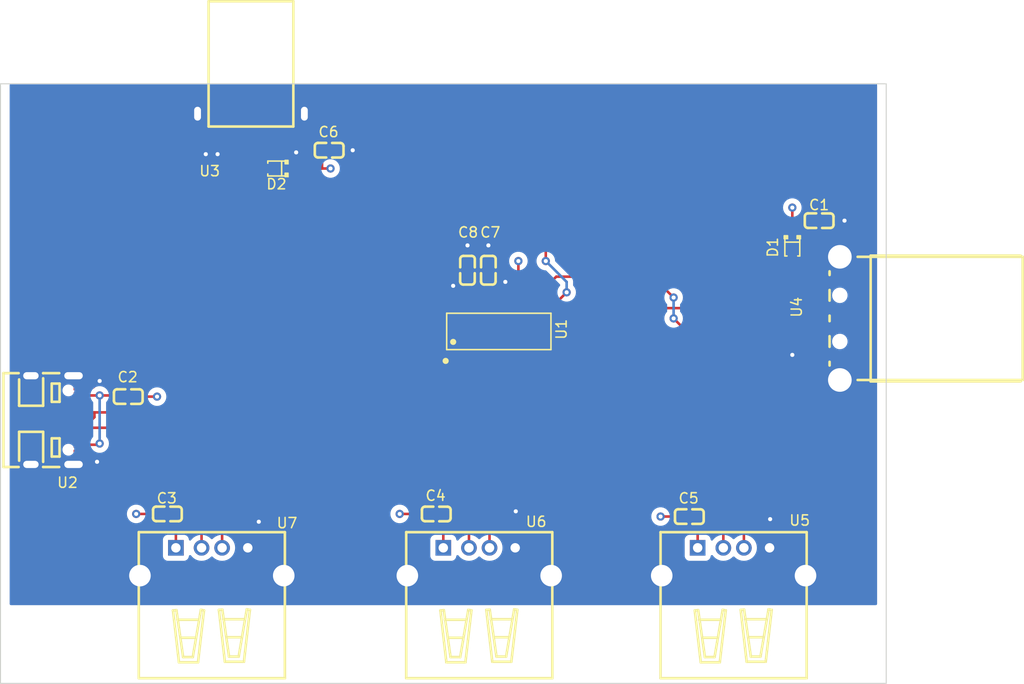
<source format=kicad_pcb>
(kicad_pcb (version 20221018) (generator pcbnew)
  (layers (0 "F.Cu" signal) (1 "In1.Cu" signal) (2 "In2.Cu" signal) (31 "B.Cu" signal) (34 "B.Paste" user) (35 "F.Paste" user) (36 "B.SilkS" user "B.Silkscreen") (37 "F.SilkS" user "F.Silkscreen") (38 "B.Mask" user) (39 "F.Mask" user) (44 "Edge.Cuts" user))
  (net 0 "")
  (net 1 "+5V")
  (net 2 "GND")
  (net 3 "Net-(C2-Pad1)")
  (net 4 "Net-(U1-VDD33)")
  (net 5 "Net-(U1-VDD18)")
  (net 6 "Net-(D1-A)")
  (net 7 "Net-(D2-A)")
  (net 8 "Net-(U1-DM4)")
  (net 9 "Net-(U1-DP4)")
  (net 20 "Net-(U7-VCC)")
  (net 21 "Net-(U6-VCC)")
  (net 22 "Net-(U5-VCC)")
  (net 23 "Net-(U1-DM3)")
  (net 24 "Net-(U1-DP3)")
  (net 25 "Net-(U1-DM2)")
  (net 26 "Net-(U1-DP2)")
  (net 27 "Net-(U1-DM1)")
  (net 28 "Net-(U1-DP1)")
  (net 29 "Net-(U1-DP)")
  (net 30 "Net-(U1-DM)")
  (footprint "usbhub:USB-C-SMD_MC-107DM" (layer "F.Cu") (at 104.14 101.346 -90)
    (fp_text reference "U2" (at 6.096 -2.286 -180) (layer "F.SilkS") (effects (justify right)))
    (fp_text value "MC-107DM")
    (fp_line (start -4.572 -0.383) (end -4.572 1.183) (stroke (width 0.254)) (layer "F.SilkS"))
    (fp_line (start -4.572 1.183) (end -4.567 1.183) (stroke (width 0.254)) (layer "F.SilkS"))
    (fp_line (start -4.572 3.567) (end -4.572 5.046) (stroke (width 0.254)) (layer "F.SilkS"))
    (fp_line (start -4.572 5.046) (end 4.572 5.046) (stroke (width 0.254)) (layer "F.SilkS"))
    (fp_line (start -4.074 1.183) (end -1.397 1.183) (stroke (width 0.254)) (layer "F.SilkS"))
    (fp_line (start -3.556 -0.415) (end -3.556 0.347) (stroke (width 0.254)) (layer "F.SilkS"))
    (fp_line (start -3.556 0.347) (end -1.778 0.347) (stroke (width 0.254)) (layer "F.SilkS"))
    (fp_line (start -1.778 -0.415) (end -3.556 -0.415) (stroke (width 0.254)) (layer "F.SilkS"))
    (fp_line (start -1.778 0.347) (end -1.778 -0.415) (stroke (width 0.254)) (layer "F.SilkS"))
    (fp_line (start -1.397 1.183) (end -1.397 3.522) (stroke (width 0.254)) (layer "F.SilkS"))
    (fp_line (start -1.397 3.522) (end -3.959 3.522) (stroke (width 0.254)) (layer "F.SilkS"))
    (fp_line (start 1.143 1.183) (end 1.143 3.522) (stroke (width 0.254)) (layer "F.SilkS"))
    (fp_line (start 1.143 3.522) (end 3.959 3.522) (stroke (width 0.254)) (layer "F.SilkS"))
    (fp_line (start 1.778 -0.415) (end 1.778 0.347) (stroke (width 0.254)) (layer "F.SilkS"))
    (fp_line (start 1.778 0.347) (end 3.556 0.347) (stroke (width 0.254)) (layer "F.SilkS"))
    (fp_line (start 3.556 -0.415) (end 1.778 -0.415) (stroke (width 0.254)) (layer "F.SilkS"))
    (fp_line (start 3.556 0.347) (end 3.556 -0.415) (stroke (width 0.254)) (layer "F.SilkS"))
    (fp_line (start 4.073 1.183) (end 1.143 1.183) (stroke (width 0.254)) (layer "F.SilkS"))
    (fp_line (start 4.572 1.183) (end 4.566 1.183) (stroke (width 0.254)) (layer "F.SilkS"))
    (fp_line (start 4.572 1.183) (end 4.572 -0.383) (stroke (width 0.254)) (layer "F.SilkS"))
    (fp_line (start 4.572 5.046) (end 4.572 3.567) (stroke (width 0.254)) (layer "F.SilkS"))
    (pad "" np_thru_hole circle (at -2.89 -1.275 270) (size 0.65 0.65) (drill 0.65) (layers "*.Cu" "*.Mask"))
    (pad "" np_thru_hole circle (at 2.89 -1.275 270) (size 0.65 0.65) (drill 0.65) (layers "*.Cu" "*.Mask"))
    (pad "0" thru_hole oval (at -4.32 -1.775 270) (size 1.2 2.5) (drill oval 0.7 1.8) (layers "*.Cu" "*.Mask") (net 2 "GND"))
    (pad "0" thru_hole oval (at -4.32 2.375 270) (size 1.2 2) (drill oval 0.7 1.5) (layers "*.Cu" "*.Mask") (net 2 "GND"))
    (pad "0" thru_hole oval (at 4.32 -1.775 270) (size 1.2 2.5) (drill oval 0.7 1.8) (layers "*.Cu" "*.Mask") (net 2 "GND"))
    (pad "0" thru_hole oval (at 4.32 2.375 270) (size 1.2 2) (drill oval 0.7 1.5) (layers "*.Cu" "*.Mask") (net 2 "GND"))
    (pad "A1B12" smd rect (at -3.2 -2.375 270) (size 0.6 1.2) (layers "F.Cu" "F.Paste" "F.Mask") (net 2 "GND"))
    (pad "A4B9" smd rect (at -2.4 -2.375 270) (size 0.6 1.2) (layers "F.Cu" "F.Paste" "F.Mask") (net 3 "Net-(C2-Pad1)"))
    (pad "A5" smd rect (at -1.25 -2.375 270) (size 0.3 1.2) (layers "F.Cu" "F.Paste" "F.Mask"))
    (pad "A6" smd rect (at -0.25 -2.375 270) (size 0.3 1.2) (layers "F.Cu" "F.Paste" "F.Mask") (net 9 "Net-(U1-DP4)"))
    (pad "A7" smd rect (at 0.25 -2.375 270) (size 0.3 1.2) (layers "F.Cu" "F.Paste" "F.Mask") (net 8 "Net-(U1-DM4)"))
    (pad "A8" smd rect (at 1.25 -2.375 270) (size 0.3 1.2) (layers "F.Cu" "F.Paste" "F.Mask"))
    (pad "B1A12" smd rect (at 3.2 -2.375 270) (size 0.6 1.2) (layers "F.Cu" "F.Paste" "F.Mask") (net 2 "GND"))
    (pad "B4A9" smd rect (at 2.4 -2.375 270) (size 0.6 1.2) (layers "F.Cu" "F.Paste" "F.Mask") (net 3 "Net-(C2-Pad1)"))
    (pad "B5" smd rect (at 1.75 -2.375 270) (size 0.3 1.2) (layers "F.Cu" "F.Paste" "F.Mask"))
    (pad "B6" smd rect (at 0.75 -2.375 270) (size 0.3 1.2) (layers "F.Cu" "F.Paste" "F.Mask") (net 9 "Net-(U1-DP4)"))
    (pad "B7" smd rect (at -0.75 -2.375 270) (size 0.3 1.2) (layers "F.Cu" "F.Paste" "F.Mask") (net 8 "Net-(U1-DM4)"))
    (pad "B8" smd rect (at -1.75 -2.375 270) (size 0.3 1.2) (layers "F.Cu" "F.Paste" "F.Mask"))
  )
  (footprint "usbhub:C0603" (layer "F.Cu") (at 165.862 110.744 180)
    (fp_text reference "C5" (at -1.016 1.778) (layer "F.SilkS") (effects (justify right)))
    (fp_text value "10uF")
    (fp_line (start -1.405 -0.406) (end -1.405 0.394) (stroke (width 0.254)) (layer "F.SilkS"))
    (fp_line (start -0.296 -0.715) (end -1.096 -0.715) (stroke (width 0.254)) (layer "F.SilkS"))
    (fp_line (start -0.296 0.704) (end -1.096 0.704) (stroke (width 0.254)) (layer "F.SilkS"))
    (fp_line (start 0.28 -0.71) (end 1.08 -0.71) (stroke (width 0.254)) (layer "F.SilkS"))
    (fp_line (start 0.28 0.71) (end 1.08 0.71) (stroke (width 0.254)) (layer "F.SilkS"))
    (fp_line (start 1.39 -0.4) (end 1.39 0.4) (stroke (width 0.254)) (layer "F.SilkS"))
    (fp_arc (start -1.405 -0.406) (mid -1.314496 -0.624496) (end -1.096 -0.715) (stroke (width 0.254)) (layer "F.SilkS"))
    (fp_arc (start -1.095975 0.704) (mid -1.315194 0.613212) (end -1.406 0.394) (stroke (width 0.254)) (layer "F.SilkS"))
    (fp_arc (start 1.079975 -0.71) (mid 1.299194 -0.619212) (end 1.39 -0.4) (stroke (width 0.254)) (layer "F.SilkS"))
    (fp_arc (start 1.39 0.4) (mid 1.299203 0.619203) (end 1.08 0.71) (stroke (width 0.254)) (layer "F.SilkS"))
    (pad "1" smd rect (at -0.7 0 180) (size 0.8 0.9) (layers "F.Cu" "F.Paste" "F.Mask") (net 22 "Net-(U5-VCC)"))
    (pad "2" smd rect (at 0.7 0 180) (size 0.8 0.9) (layers "F.Cu" "F.Paste" "F.Mask") (net 1 "+5V"))
  )
  (footprint "usbhub:C0603" (layer "F.Cu") (at 178.5 81.915 180)
    (fp_text reference "C1" (at -1.078 1.524) (layer "F.SilkS") (effects (justify right)))
    (fp_text value "10uF")
    (fp_line (start -1.405 -0.406) (end -1.405 0.394) (stroke (width 0.254)) (layer "F.SilkS"))
    (fp_line (start -0.296 -0.715) (end -1.096 -0.715) (stroke (width 0.254)) (layer "F.SilkS"))
    (fp_line (start -0.296 0.704) (end -1.096 0.704) (stroke (width 0.254)) (layer "F.SilkS"))
    (fp_line (start 0.28 -0.71) (end 1.08 -0.71) (stroke (width 0.254)) (layer "F.SilkS"))
    (fp_line (start 0.28 0.71) (end 1.08 0.71) (stroke (width 0.254)) (layer "F.SilkS"))
    (fp_line (start 1.39 -0.4) (end 1.39 0.4) (stroke (width 0.254)) (layer "F.SilkS"))
    (fp_arc (start -1.405 -0.406) (mid -1.314496 -0.624496) (end -1.096 -0.715) (stroke (width 0.254)) (layer "F.SilkS"))
    (fp_arc (start -1.095975 0.704) (mid -1.315194 0.613212) (end -1.406 0.394) (stroke (width 0.254)) (layer "F.SilkS"))
    (fp_arc (start 1.079975 -0.71) (mid 1.299194 -0.619212) (end 1.39 -0.4) (stroke (width 0.254)) (layer "F.SilkS"))
    (fp_arc (start 1.39 0.4) (mid 1.299203 0.619203) (end 1.08 0.71) (stroke (width 0.254)) (layer "F.SilkS"))
    (pad "1" smd rect (at -0.7 0 180) (size 0.8 0.9) (layers "F.Cu" "F.Paste" "F.Mask") (net 2 "GND"))
    (pad "2" smd rect (at 0.7 0 180) (size 0.8 0.9) (layers "F.Cu" "F.Paste" "F.Mask") (net 1 "+5V"))
  )
  (footprint "usbhub:SOD-323_L1.8-W1.3-LS2.5-RD" (layer "F.Cu") (at 125.73 76.835 180)
    (fp_text reference "D2" (at -1.016 -1.524) (layer "F.SilkS") (effects (justify right)))
    (fp_text value "D_Schottky")
    (fp_line (start -0.851 -0.726) (end 0.901 -0.726) (stroke (width 0.152)) (layer "F.SilkS"))
    (fp_line (start -0.851 0.726) (end 0.901 0.726) (stroke (width 0.152)) (layer "F.SilkS"))
    (fp_line (start -0.447 -0.726) (end -0.447 0.726) (stroke (width 0.152)) (layer "F.SilkS"))
    (fp_line (start 0.901 -0.726) (end 0.901 -0.53) (stroke (width 0.152)) (layer "F.SilkS"))
    (fp_line (start 0.901 0.726) (end 0.901 0.52) (stroke (width 0.152)) (layer "F.SilkS"))
    (fp_poly (pts (xy -0.775 -0.802) (xy -0.775 -0.45) (xy -1.08 -0.45) (xy -1.08 -0.802)) (stroke (width 0.12)) (fill solid) (layer "F.SilkS"))
    (fp_poly (pts (xy -0.775 0.802) (xy -0.775 0.45) (xy -1.08 0.45) (xy -1.08 0.802)) (stroke (width 0.12)) (fill solid) (layer "F.SilkS"))
    (pad "1" smd rect (at -1.173 0 180) (size 1 0.75) (layers "F.Cu" "F.Paste" "F.Mask") (net 1 "+5V"))
    (pad "2" smd rect (at 1.173 0 180) (size 1 0.75) (layers "F.Cu" "F.Paste" "F.Mask") (net 7 "Net-(D2-A)"))
  )
  (footprint "usbhub:C0603" (layer "F.Cu") (at 130.81 75.057)
    (fp_text reference "C6" (at -1.143 -1.778) (layer "F.SilkS") (effects (justify left)))
    (fp_text value "10uF")
    (fp_line (start -1.405 -0.406) (end -1.405 0.394) (stroke (width 0.254)) (layer "F.SilkS"))
    (fp_line (start -0.296 -0.715) (end -1.096 -0.715) (stroke (width 0.254)) (layer "F.SilkS"))
    (fp_line (start -0.296 0.704) (end -1.096 0.704) (stroke (width 0.254)) (layer "F.SilkS"))
    (fp_line (start 0.28 -0.71) (end 1.08 -0.71) (stroke (width 0.254)) (layer "F.SilkS"))
    (fp_line (start 0.28 0.71) (end 1.08 0.71) (stroke (width 0.254)) (layer "F.SilkS"))
    (fp_line (start 1.39 -0.4) (end 1.39 0.4) (stroke (width 0.254)) (layer "F.SilkS"))
    (fp_arc (start -1.405 -0.406) (mid -1.314496 -0.624496) (end -1.096 -0.715) (stroke (width 0.254)) (layer "F.SilkS"))
    (fp_arc (start -1.095975 0.704) (mid -1.315194 0.613212) (end -1.406 0.394) (stroke (width 0.254)) (layer "F.SilkS"))
    (fp_arc (start 1.079975 -0.71) (mid 1.299194 -0.619212) (end 1.39 -0.4) (stroke (width 0.254)) (layer "F.SilkS"))
    (fp_arc (start 1.39 0.4) (mid 1.299203 0.619203) (end 1.08 0.71) (stroke (width 0.254)) (layer "F.SilkS"))
    (pad "1" smd rect (at -0.7 0) (size 0.8 0.9) (layers "F.Cu" "F.Paste" "F.Mask") (net 1 "+5V"))
    (pad "2" smd rect (at 0.7 0) (size 0.8 0.9) (layers "F.Cu" "F.Paste" "F.Mask") (net 2 "GND"))
  )
  (footprint "usbhub:USB-A-TH_C46407" (layer "F.Cu") (at 145.415 115.147)
    (fp_text reference "U6" (at 4.445 -3.895) (layer "F.SilkS") (effects (justify left)))
    (fp_text value "USB-AF-90-14.4X13.6-H7.0-DIP")
    (fp_line (start -7.112 -2.879) (end 7.112 -2.879) (stroke (width 0.254)) (layer "F.SilkS"))
    (fp_line (start -7.112 11.345) (end -7.112 -2.879) (stroke (width 0.254)) (layer "F.SilkS"))
    (fp_line (start -3.782 4.749) (end -3.201 9.796) (stroke (width 0.254)) (layer "F.SilkS"))
    (fp_line (start -3.449 4.723) (end -3.782 4.749) (stroke (width 0.254)) (layer "F.SilkS"))
    (fp_line (start -3.353 5.655) (end -1.27 5.655) (stroke (width 0.254)) (layer "F.SilkS"))
    (fp_line (start -3.201 9.796) (end -1.346 9.796) (stroke (width 0.254)) (layer "F.SilkS"))
    (fp_line (start -3.023 7.408) (end -1.575 7.408) (stroke (width 0.254)) (layer "F.SilkS"))
    (fp_line (start -2.794 9.288) (end -3.449 4.723) (stroke (width 0.254)) (layer "F.SilkS"))
    (fp_line (start -1.854 9.288) (end -2.794 9.288) (stroke (width 0.254)) (layer "F.SilkS"))
    (fp_line (start -1.346 9.796) (end -0.762 4.741) (stroke (width 0.254)) (layer "F.SilkS"))
    (fp_line (start -1.067 4.69) (end -1.854 9.288) (stroke (width 0.254)) (layer "F.SilkS"))
    (fp_line (start -0.762 4.741) (end -1.067 4.69) (stroke (width 0.254)) (layer "F.SilkS"))
    (fp_line (start 0.688 4.698) (end 1.021 4.672) (stroke (width 0.254)) (layer "F.SilkS"))
    (fp_line (start 1.021 4.672) (end 1.676 9.237) (stroke (width 0.254)) (layer "F.SilkS"))
    (fp_line (start 1.117 5.605) (end 3.2 5.605) (stroke (width 0.254)) (layer "F.SilkS"))
    (fp_line (start 1.27 9.745) (end 0.688 4.698) (stroke (width 0.254)) (layer "F.SilkS"))
    (fp_line (start 1.448 7.357) (end 2.895 7.357) (stroke (width 0.254)) (layer "F.SilkS"))
    (fp_line (start 1.676 9.237) (end 2.616 9.237) (stroke (width 0.254)) (layer "F.SilkS"))
    (fp_line (start 2.616 9.237) (end 3.403 4.639) (stroke (width 0.254)) (layer "F.SilkS"))
    (fp_line (start 3.124 9.745) (end 1.27 9.745) (stroke (width 0.254)) (layer "F.SilkS"))
    (fp_line (start 3.403 4.639) (end 3.708 4.69) (stroke (width 0.254)) (layer "F.SilkS"))
    (fp_line (start 3.708 4.69) (end 3.124 9.745) (stroke (width 0.254)) (layer "F.SilkS"))
    (fp_line (start 7.112 -2.879) (end 7.112 11.345) (stroke (width 0.254)) (layer "F.SilkS"))
    (fp_line (start 7.112 11.345) (end -7.112 11.345) (stroke (width 0.254)) (layer "F.SilkS"))
    (pad "1" thru_hole rect (at -3.5 -1.355) (size 1.524 1.524) (drill 0.92) (layers "*.Cu" "*.Mask") (net 21 "Net-(U6-VCC)"))
    (pad "2" thru_hole circle (at -1 -1.355) (size 1.524 1.524) (drill 0.92) (layers "*.Cu" "*.Mask") (net 25 "Net-(U1-DM2)"))
    (pad "3" thru_hole circle (at 1 -1.355) (size 1.524 1.524) (drill 0.92) (layers "*.Cu" "*.Mask") (net 26 "Net-(U1-DP2)"))
    (pad "4" thru_hole circle (at 3.5 -1.355) (size 1.524 1.524) (drill 0.92) (layers "*.Cu" "*.Mask") (net 2 "GND"))
    (pad "5" thru_hole circle (at 7 1.355) (size 2.6 2.6) (drill 2.1) (layers "*.Cu" "*.Mask") (net 2 "GND"))
    (pad "6" thru_hole circle (at -7 1.355) (size 2.6 2.6) (drill 2.1) (layers "*.Cu" "*.Mask") (net 2 "GND"))
  )
  (footprint "usbhub:USB-SMD_KH-USB-AM-4P-CB_FIXED" (layer "F.Cu") (at 179.5225 91.44 90)
    (fp_text reference "U4" (at 0 -3.207 90) (layer "F.SilkS") (effects (justify left)))
    (fp_text value "HCC386752")
    (fp_line (start -6.138 4) (end 6.117 4) (stroke (width 0.254)) (layer "F.SilkS"))
    (fp_line (start -6.138 18.602) (end -6.138 4) (stroke (width 0.254)) (layer "F.SilkS"))
    (fp_line (start -6 2.731) (end -6 18.8) (stroke (width 0.254)) (layer "F.SilkS"))
    (fp_line (start -6 18.8) (end 6 18.8) (stroke (width 0.254)) (layer "F.SilkS"))
    (fp_line (start -4.231 0) (end -4.587 0) (stroke (width 0.254)) (layer "F.SilkS"))
    (fp_line (start -1.731 0) (end -2.769 0) (stroke (width 0.254)) (layer "F.SilkS"))
    (fp_line (start 0.269 0) (end -0.269 0) (stroke (width 0.254)) (layer "F.SilkS"))
    (fp_line (start 2.769 0) (end 1.731 0) (stroke (width 0.254)) (layer "F.SilkS"))
    (fp_line (start 4.4 0) (end 4.231 0) (stroke (width 0.254)) (layer "F.SilkS"))
    (fp_line (start 4.4 0) (end 4.587 0) (stroke (width 0.254)) (layer "F.SilkS"))
    (fp_line (start 6 2.731) (end 6 18.8) (stroke (width 0.254)) (layer "F.SilkS"))
    (fp_line (start 6.117 4) (end 6.117 18.602) (stroke (width 0.254)) (layer "F.SilkS"))
    (pad "" np_thru_hole circle (at -2.25 1 90) (size 1 1) (drill 1) (layers "*.Cu" "*.Mask"))
    (pad "" np_thru_hole circle (at 2.25 1 90) (size 1 1) (drill 1) (layers "*.Cu" "*.Mask"))
    (pad "1" smd rect (at 3.5 -1 90) (size 1 2) (layers "F.Cu" "F.Paste" "F.Mask") (net 6 "Net-(D1-A)"))
    (pad "2" smd rect (at 1 -1 90) (size 1 2) (layers "F.Cu" "F.Paste" "F.Mask") (net 30 "Net-(U1-DM)"))
    (pad "3" smd rect (at -1 -1 90) (size 1 2) (layers "F.Cu" "F.Paste" "F.Mask") (net 29 "Net-(U1-DP)"))
    (pad "4" smd rect (at -3.5 -1 90) (size 1 2) (layers "F.Cu" "F.Paste" "F.Mask") (net 2 "GND"))
    (pad "5" thru_hole circle (at -6 1 90) (size 3 3) (drill 2.3) (layers "*.Cu" "*.Mask") (net 2 "GND"))
    (pad "6" thru_hole circle (at 6 1 90) (size 3 3) (drill 2.3) (layers "*.Cu" "*.Mask") (net 2 "GND"))
  )
  (footprint "usbhub:C0603" (layer "F.Cu") (at 141.224 110.49 180)
    (fp_text reference "C4" (at -1.016 1.778) (layer "F.SilkS") (effects (justify right)))
    (fp_text value "10uF")
    (fp_line (start -1.405 -0.406) (end -1.405 0.394) (stroke (width 0.254)) (layer "F.SilkS"))
    (fp_line (start -0.296 -0.715) (end -1.096 -0.715) (stroke (width 0.254)) (layer "F.SilkS"))
    (fp_line (start -0.296 0.704) (end -1.096 0.704) (stroke (width 0.254)) (layer "F.SilkS"))
    (fp_line (start 0.28 -0.71) (end 1.08 -0.71) (stroke (width 0.254)) (layer "F.SilkS"))
    (fp_line (start 0.28 0.71) (end 1.08 0.71) (stroke (width 0.254)) (layer "F.SilkS"))
    (fp_line (start 1.39 -0.4) (end 1.39 0.4) (stroke (width 0.254)) (layer "F.SilkS"))
    (fp_arc (start -1.405 -0.406) (mid -1.314496 -0.624496) (end -1.096 -0.715) (stroke (width 0.254)) (layer "F.SilkS"))
    (fp_arc (start -1.095975 0.704) (mid -1.315194 0.613212) (end -1.406 0.394) (stroke (width 0.254)) (layer "F.SilkS"))
    (fp_arc (start 1.079975 -0.71) (mid 1.299194 -0.619212) (end 1.39 -0.4) (stroke (width 0.254)) (layer "F.SilkS"))
    (fp_arc (start 1.39 0.4) (mid 1.299203 0.619203) (end 1.08 0.71) (stroke (width 0.254)) (layer "F.SilkS"))
    (pad "1" smd rect (at -0.7 0 180) (size 0.8 0.9) (layers "F.Cu" "F.Paste" "F.Mask") (net 21 "Net-(U6-VCC)"))
    (pad "2" smd rect (at 0.7 0 180) (size 0.8 0.9) (layers "F.Cu" "F.Paste" "F.Mask") (net 1 "+5V"))
  )
  (footprint "usbhub:USB-A-TH_C46407" (layer "F.Cu") (at 119.38 115.147)
    (fp_text reference "U7" (at 6.223 -3.768) (layer "F.SilkS") (effects (justify left)))
    (fp_text value "USB-AF-90-14.4X13.6-H7.0-DIP")
    (fp_line (start -7.112 -2.879) (end 7.112 -2.879) (stroke (width 0.254)) (layer "F.SilkS"))
    (fp_line (start -7.112 11.345) (end -7.112 -2.879) (stroke (width 0.254)) (layer "F.SilkS"))
    (fp_line (start -3.782 4.749) (end -3.201 9.796) (stroke (width 0.254)) (layer "F.SilkS"))
    (fp_line (start -3.449 4.723) (end -3.782 4.749) (stroke (width 0.254)) (layer "F.SilkS"))
    (fp_line (start -3.353 5.655) (end -1.27 5.655) (stroke (width 0.254)) (layer "F.SilkS"))
    (fp_line (start -3.201 9.796) (end -1.346 9.796) (stroke (width 0.254)) (layer "F.SilkS"))
    (fp_line (start -3.023 7.408) (end -1.575 7.408) (stroke (width 0.254)) (layer "F.SilkS"))
    (fp_line (start -2.794 9.288) (end -3.449 4.723) (stroke (width 0.254)) (layer "F.SilkS"))
    (fp_line (start -1.854 9.288) (end -2.794 9.288) (stroke (width 0.254)) (layer "F.SilkS"))
    (fp_line (start -1.346 9.796) (end -0.762 4.741) (stroke (width 0.254)) (layer "F.SilkS"))
    (fp_line (start -1.067 4.69) (end -1.854 9.288) (stroke (width 0.254)) (layer "F.SilkS"))
    (fp_line (start -0.762 4.741) (end -1.067 4.69) (stroke (width 0.254)) (layer "F.SilkS"))
    (fp_line (start 0.688 4.698) (end 1.021 4.672) (stroke (width 0.254)) (layer "F.SilkS"))
    (fp_line (start 1.021 4.672) (end 1.676 9.237) (stroke (width 0.254)) (layer "F.SilkS"))
    (fp_line (start 1.117 5.605) (end 3.2 5.605) (stroke (width 0.254)) (layer "F.SilkS"))
    (fp_line (start 1.27 9.745) (end 0.688 4.698) (stroke (width 0.254)) (layer "F.SilkS"))
    (fp_line (start 1.448 7.357) (end 2.895 7.357) (stroke (width 0.254)) (layer "F.SilkS"))
    (fp_line (start 1.676 9.237) (end 2.616 9.237) (stroke (width 0.254)) (layer "F.SilkS"))
    (fp_line (start 2.616 9.237) (end 3.403 4.639) (stroke (width 0.254)) (layer "F.SilkS"))
    (fp_line (start 3.124 9.745) (end 1.27 9.745) (stroke (width 0.254)) (layer "F.SilkS"))
    (fp_line (start 3.403 4.639) (end 3.708 4.69) (stroke (width 0.254)) (layer "F.SilkS"))
    (fp_line (start 3.708 4.69) (end 3.124 9.745) (stroke (width 0.254)) (layer "F.SilkS"))
    (fp_line (start 7.112 -2.879) (end 7.112 11.345) (stroke (width 0.254)) (layer "F.SilkS"))
    (fp_line (start 7.112 11.345) (end -7.112 11.345) (stroke (width 0.254)) (layer "F.SilkS"))
    (pad "1" thru_hole rect (at -3.5 -1.355) (size 1.524 1.524) (drill 0.92) (layers "*.Cu" "*.Mask") (net 20 "Net-(U7-VCC)"))
    (pad "2" thru_hole circle (at -1 -1.355) (size 1.524 1.524) (drill 0.92) (layers "*.Cu" "*.Mask") (net 23 "Net-(U1-DM3)"))
    (pad "3" thru_hole circle (at 1 -1.355) (size 1.524 1.524) (drill 0.92) (layers "*.Cu" "*.Mask") (net 24 "Net-(U1-DP3)"))
    (pad "4" thru_hole circle (at 3.5 -1.355) (size 1.524 1.524) (drill 0.92) (layers "*.Cu" "*.Mask") (net 2 "GND"))
    (pad "5" thru_hole circle (at 7 1.355) (size 2.6 2.6) (drill 2.1) (layers "*.Cu" "*.Mask") (net 2 "GND"))
    (pad "6" thru_hole circle (at -7 1.355) (size 2.6 2.6) (drill 2.1) (layers "*.Cu" "*.Mask") (net 2 "GND"))
  )
  (footprint "usbhub:USB-C-SMD_TYPE-C-9PIN-TC-01" (layer "F.Cu") (at 123.19 72.56 180)
    (fp_text reference "U3" (at 2.921 -4.529) (layer "F.SilkS") (effects (justify right)))
    (fp_text value "TC-01")
    (fp_line (start -4.125 -0.185) (end -4.125 12.015) (stroke (width 0.254)) (layer "F.SilkS"))
    (fp_line (start -4.125 12.015) (end 4.117 12.015) (stroke (width 0.254)) (layer "F.SilkS"))
    (fp_line (start 4.125 -0.185) (end -4.125 -0.185) (stroke (width 0.254)) (layer "F.SilkS"))
    (fp_line (start 4.125 12.015) (end 4.125 -0.185) (stroke (width 0.254)) (layer "F.SilkS"))
    (pad "10" smd rect (at -4.4 -1.065 180) (size 1.45 1.3) (layers "F.Cu" "F.Paste" "F.Mask") (net 2 "GND"))
    (pad "11" smd rect (at 4.4 -1.065 180) (size 1.45 1.3) (layers "F.Cu" "F.Paste" "F.Mask") (net 2 "GND"))
    (pad "12" thru_hole oval (at -5.2 1.065 180) (size 1 2) (drill oval 0.66 1.35) (layers "*.Cu" "*.Mask") (net 2 "GND"))
    (pad "13" thru_hole oval (at 5.2 1.065 180) (size 1 2) (drill oval 0.66 1.35) (layers "*.Cu" "*.Mask") (net 2 "GND"))
    (pad "A1" smd rect (at 3.25 -1.065 180) (size 0.45 1.3) (layers "F.Cu" "F.Paste" "F.Mask") (net 2 "GND"))
    (pad "A2" smd rect (at 2.6 -1.065 180) (size 0.45 1.3) (layers "F.Cu" "F.Paste" "F.Mask"))
    (pad "A3" smd rect (at 1.95 -1.065 180) (size 0.45 1.3) (layers "F.Cu" "F.Paste" "F.Mask"))
    (pad "A5" smd rect (at 0.65 -1.065 180) (size 0.45 1.3) (layers "F.Cu" "F.Paste" "F.Mask"))
    (pad "A6" smd rect (at 0 -1.065 180) (size 0.45 1.3) (layers "F.Cu" "F.Paste" "F.Mask") (net 29 "Net-(U1-DP)"))
    (pad "A7" smd rect (at -0.65 -1.065 180) (size 0.45 1.3) (layers "F.Cu" "F.Paste" "F.Mask") (net 30 "Net-(U1-DM)"))
    (pad "A9" smd rect (at -1.3 -1.065 180) (size 0.45 1.3) (layers "F.Cu" "F.Paste" "F.Mask") (net 7 "Net-(D2-A)"))
    (pad "B10" smd rect (at -2.6 -1.065 180) (size 0.45 1.3) (layers "F.Cu" "F.Paste" "F.Mask"))
    (pad "B11" smd rect (at -1.95 -1.065 180) (size 0.45 1.3) (layers "F.Cu" "F.Paste" "F.Mask"))
  )
  (footprint "usbhub:C0603" (layer "F.Cu") (at 146.304 86.741 90)
    (fp_text reference "C7" (at 3.683 -0.889 180) (layer "F.SilkS") (effects (justify left)))
    (fp_text value "10uF")
    (fp_line (start -1.405 -0.406) (end -1.405 0.394) (stroke (width 0.254)) (layer "F.SilkS"))
    (fp_line (start -0.296 -0.715) (end -1.096 -0.715) (stroke (width 0.254)) (layer "F.SilkS"))
    (fp_line (start -0.296 0.704) (end -1.096 0.704) (stroke (width 0.254)) (layer "F.SilkS"))
    (fp_line (start 0.28 -0.71) (end 1.08 -0.71) (stroke (width 0.254)) (layer "F.SilkS"))
    (fp_line (start 0.28 0.71) (end 1.08 0.71) (stroke (width 0.254)) (layer "F.SilkS"))
    (fp_line (start 1.39 -0.4) (end 1.39 0.4) (stroke (width 0.254)) (layer "F.SilkS"))
    (fp_arc (start -1.405 -0.406) (mid -1.314496 -0.624496) (end -1.096 -0.715) (stroke (width 0.254)) (layer "F.SilkS"))
    (fp_arc (start -1.095975 0.704) (mid -1.315194 0.613212) (end -1.406 0.394) (stroke (width 0.254)) (layer "F.SilkS"))
    (fp_arc (start 1.079975 -0.71) (mid 1.299194 -0.619212) (end 1.39 -0.4) (stroke (width 0.254)) (layer "F.SilkS"))
    (fp_arc (start 1.39 0.4) (mid 1.299203 0.619203) (end 1.08 0.71) (stroke (width 0.254)) (layer "F.SilkS"))
    (pad "1" smd rect (at -0.7 0 90) (size 0.8 0.9) (layers "F.Cu" "F.Paste" "F.Mask") (net 4 "Net-(U1-VDD33)"))
    (pad "2" smd rect (at 0.7 0 90) (size 0.8 0.9) (layers "F.Cu" "F.Paste" "F.Mask") (net 2 "GND"))
  )
  (footprint "usbhub:SOD-323_L1.8-W1.3-LS2.5-RD" (layer "F.Cu") (at 175.895 84.455 -90)
    (fp_text reference "D1" (at -1.016 1.905 90) (layer "F.SilkS") (effects (justify right)))
    (fp_text value "D_Schottky")
    (fp_line (start -0.851 -0.726) (end 0.901 -0.726) (stroke (width 0.152)) (layer "F.SilkS"))
    (fp_line (start -0.851 0.726) (end 0.901 0.726) (stroke (width 0.152)) (layer "F.SilkS"))
    (fp_line (start -0.447 -0.726) (end -0.447 0.726) (stroke (width 0.152)) (layer "F.SilkS"))
    (fp_line (start 0.901 -0.726) (end 0.901 -0.53) (stroke (width 0.152)) (layer "F.SilkS"))
    (fp_line (start 0.901 0.726) (end 0.901 0.52) (stroke (width 0.152)) (layer "F.SilkS"))
    (fp_poly (pts (xy -0.775 -0.802) (xy -0.775 -0.45) (xy -1.08 -0.45) (xy -1.08 -0.802)) (stroke (width 0.12)) (fill solid) (layer "F.SilkS"))
    (fp_poly (pts (xy -0.775 0.802) (xy -0.775 0.45) (xy -1.08 0.45) (xy -1.08 0.802)) (stroke (width 0.12)) (fill solid) (layer "F.SilkS"))
    (pad "1" smd rect (at -1.173 0 270) (size 1 0.75) (layers "F.Cu" "F.Paste" "F.Mask") (net 1 "+5V"))
    (pad "2" smd rect (at 1.173 0 270) (size 1 0.75) (layers "F.Cu" "F.Paste" "F.Mask") (net 6 "Net-(D1-A)"))
  )
  (footprint "usbhub:SOP-16_L10.0-W3.9-P1.27-LS6.0-BL" (layer "F.Cu") (at 147.32 92.71)
    (fp_text reference "U1" (at 6.096 0.889 90) (layer "F.SilkS") (effects (justify left)))
    (fp_text value "SL2.1A")
    (fp_line (start -5.076 -1.771) (end 5.076 -1.771) (stroke (width 0.152)) (layer "F.SilkS"))
    (fp_line (start -5.076 1.771) (end -5.076 -1.771) (stroke (width 0.152)) (layer "F.SilkS"))
    (fp_line (start 5.076 -1.771) (end 5.076 1.771) (stroke (width 0.152)) (layer "F.SilkS"))
    (fp_line (start 5.076 1.771) (end -5.076 1.771) (stroke (width 0.152)) (layer "F.SilkS"))
    (fp_circle (center -5.177 2.872) (end -5.027 2.872) (stroke (width 0.3)) (fill none) (layer "F.SilkS"))
    (fp_circle (center -4.445 1.019) (end -4.295 1.019) (stroke (width 0.3)) (fill none) (layer "F.SilkS"))
    (pad "1" smd oval (at -4.445 2.872) (size 0.56 1.745) (layers "F.Cu" "F.Paste" "F.Mask") (net 8 "Net-(U1-DM4)"))
    (pad "2" smd oval (at -3.175 2.872) (size 0.56 1.745) (layers "F.Cu" "F.Paste" "F.Mask") (net 9 "Net-(U1-DP4)"))
    (pad "3" smd oval (at -1.905 2.872) (size 0.56 1.745) (layers "F.Cu" "F.Paste" "F.Mask") (net 23 "Net-(U1-DM3)"))
    (pad "4" smd oval (at -0.635 2.872) (size 0.56 1.745) (layers "F.Cu" "F.Paste" "F.Mask") (net 24 "Net-(U1-DP3)"))
    (pad "5" smd oval (at 0.635 2.872) (size 0.56 1.745) (layers "F.Cu" "F.Paste" "F.Mask") (net 25 "Net-(U1-DM2)"))
    (pad "6" smd oval (at 1.905 2.872) (size 0.56 1.745) (layers "F.Cu" "F.Paste" "F.Mask") (net 26 "Net-(U1-DP2)"))
    (pad "7" smd oval (at 3.175 2.872) (size 0.56 1.745) (layers "F.Cu" "F.Paste" "F.Mask") (net 27 "Net-(U1-DM1)"))
    (pad "8" smd oval (at 4.445 2.872) (size 0.56 1.745) (layers "F.Cu" "F.Paste" "F.Mask") (net 28 "Net-(U1-DP1)"))
    (pad "9" smd oval (at 4.445 -2.872) (size 0.56 1.745) (layers "F.Cu" "F.Paste" "F.Mask") (net 30 "Net-(U1-DM)"))
    (pad "10" smd oval (at 3.175 -2.872) (size 0.56 1.745) (layers "F.Cu" "F.Paste" "F.Mask") (net 29 "Net-(U1-DP)"))
    (pad "11" smd oval (at 1.905 -2.872) (size 0.56 1.745) (layers "F.Cu" "F.Paste" "F.Mask") (net 1 "+5V"))
    (pad "12" smd oval (at 0.635 -2.872) (size 0.56 1.745) (layers "F.Cu" "F.Paste" "F.Mask") (net 2 "GND"))
    (pad "13" smd oval (at -0.635 -2.872) (size 0.56 1.745) (layers "F.Cu" "F.Paste" "F.Mask") (net 4 "Net-(U1-VDD33)"))
    (pad "14" smd oval (at -1.905 -2.872) (size 0.56 1.745) (layers "F.Cu" "F.Paste" "F.Mask") (net 5 "Net-(U1-VDD18)"))
    (pad "15" smd oval (at -3.175 -2.872) (size 0.56 1.745) (layers "F.Cu" "F.Paste" "F.Mask"))
    (pad "16" smd oval (at -4.445 -2.872) (size 0.56 1.745) (layers "F.Cu" "F.Paste" "F.Mask") (net 2 "GND"))
  )
  (footprint "usbhub:C0603" (layer "F.Cu") (at 111.252 99.06)
    (fp_text reference "C2" (at -1.143 -1.905) (layer "F.SilkS") (effects (justify left)))
    (fp_text value "10uF")
    (fp_line (start -1.405 -0.406) (end -1.405 0.394) (stroke (width 0.254)) (layer "F.SilkS"))
    (fp_line (start -0.296 -0.715) (end -1.096 -0.715) (stroke (width 0.254)) (layer "F.SilkS"))
    (fp_line (start -0.296 0.704) (end -1.096 0.704) (stroke (width 0.254)) (layer "F.SilkS"))
    (fp_line (start 0.28 -0.71) (end 1.08 -0.71) (stroke (width 0.254)) (layer "F.SilkS"))
    (fp_line (start 0.28 0.71) (end 1.08 0.71) (stroke (width 0.254)) (layer "F.SilkS"))
    (fp_line (start 1.39 -0.4) (end 1.39 0.4) (stroke (width 0.254)) (layer "F.SilkS"))
    (fp_arc (start -1.405 -0.406) (mid -1.314496 -0.624496) (end -1.096 -0.715) (stroke (width 0.254)) (layer "F.SilkS"))
    (fp_arc (start -1.095975 0.704) (mid -1.315194 0.613212) (end -1.406 0.394) (stroke (width 0.254)) (layer "F.SilkS"))
    (fp_arc (start 1.079975 -0.71) (mid 1.299194 -0.619212) (end 1.39 -0.4) (stroke (width 0.254)) (layer "F.SilkS"))
    (fp_arc (start 1.39 0.4) (mid 1.299203 0.619203) (end 1.08 0.71) (stroke (width 0.254)) (layer "F.SilkS"))
    (pad "1" smd rect (at -0.7 0) (size 0.8 0.9) (layers "F.Cu" "F.Paste" "F.Mask") (net 3 "Net-(C2-Pad1)"))
    (pad "2" smd rect (at 0.7 0) (size 0.8 0.9) (layers "F.Cu" "F.Paste" "F.Mask") (net 1 "+5V"))
  )
  (footprint "usbhub:C0603" (layer "F.Cu") (at 144.272 86.741 90)
    (fp_text reference "C8" (at 3.683 -1.016 180) (layer "F.SilkS") (effects (justify left)))
    (fp_text value "10uF")
    (fp_line (start -1.405 -0.406) (end -1.405 0.394) (stroke (width 0.254)) (layer "F.SilkS"))
    (fp_line (start -0.296 -0.715) (end -1.096 -0.715) (stroke (width 0.254)) (layer "F.SilkS"))
    (fp_line (start -0.296 0.704) (end -1.096 0.704) (stroke (width 0.254)) (layer "F.SilkS"))
    (fp_line (start 0.28 -0.71) (end 1.08 -0.71) (stroke (width 0.254)) (layer "F.SilkS"))
    (fp_line (start 0.28 0.71) (end 1.08 0.71) (stroke (width 0.254)) (layer "F.SilkS"))
    (fp_line (start 1.39 -0.4) (end 1.39 0.4) (stroke (width 0.254)) (layer "F.SilkS"))
    (fp_arc (start -1.405 -0.406) (mid -1.314496 -0.624496) (end -1.096 -0.715) (stroke (width 0.254)) (layer "F.SilkS"))
    (fp_arc (start -1.095975 0.704) (mid -1.315194 0.613212) (end -1.406 0.394) (stroke (width 0.254)) (layer "F.SilkS"))
    (fp_arc (start 1.079975 -0.71) (mid 1.299194 -0.619212) (end 1.39 -0.4) (stroke (width 0.254)) (layer "F.SilkS"))
    (fp_arc (start 1.39 0.4) (mid 1.299203 0.619203) (end 1.08 0.71) (stroke (width 0.254)) (layer "F.SilkS"))
    (pad "1" smd rect (at -0.7 0 90) (size 0.8 0.9) (layers "F.Cu" "F.Paste" "F.Mask") (net 5 "Net-(U1-VDD18)"))
    (pad "2" smd rect (at 0.7 0 90) (size 0.8 0.9) (layers "F.Cu" "F.Paste" "F.Mask") (net 2 "GND"))
  )
  (footprint "usbhub:USB-A-TH_C46407" (layer "F.Cu") (at 170.18 115.147)
    (fp_text reference "U5" (at 5.334 -4.022) (layer "F.SilkS") (effects (justify left)))
    (fp_text value "USB-AF-90-14.4X13.6-H7.0-DIP")
    (fp_line (start -7.112 -2.879) (end 7.112 -2.879) (stroke (width 0.254)) (layer "F.SilkS"))
    (fp_line (start -7.112 11.345) (end -7.112 -2.879) (stroke (width 0.254)) (layer "F.SilkS"))
    (fp_line (start -3.782 4.749) (end -3.201 9.796) (stroke (width 0.254)) (layer "F.SilkS"))
    (fp_line (start -3.449 4.723) (end -3.782 4.749) (stroke (width 0.254)) (layer "F.SilkS"))
    (fp_line (start -3.353 5.655) (end -1.27 5.655) (stroke (width 0.254)) (layer "F.SilkS"))
    (fp_line (start -3.201 9.796) (end -1.346 9.796) (stroke (width 0.254)) (layer "F.SilkS"))
    (fp_line (start -3.023 7.408) (end -1.575 7.408) (stroke (width 0.254)) (layer "F.SilkS"))
    (fp_line (start -2.794 9.288) (end -3.449 4.723) (stroke (width 0.254)) (layer "F.SilkS"))
    (fp_line (start -1.854 9.288) (end -2.794 9.288) (stroke (width 0.254)) (layer "F.SilkS"))
    (fp_line (start -1.346 9.796) (end -0.762 4.741) (stroke (width 0.254)) (layer "F.SilkS"))
    (fp_line (start -1.067 4.69) (end -1.854 9.288) (stroke (width 0.254)) (layer "F.SilkS"))
    (fp_line (start -0.762 4.741) (end -1.067 4.69) (stroke (width 0.254)) (layer "F.SilkS"))
    (fp_line (start 0.688 4.698) (end 1.021 4.672) (stroke (width 0.254)) (layer "F.SilkS"))
    (fp_line (start 1.021 4.672) (end 1.676 9.237) (stroke (width 0.254)) (layer "F.SilkS"))
    (fp_line (start 1.117 5.605) (end 3.2 5.605) (stroke (width 0.254)) (layer "F.SilkS"))
    (fp_line (start 1.27 9.745) (end 0.688 4.698) (stroke (width 0.254)) (layer "F.SilkS"))
    (fp_line (start 1.448 7.357) (end 2.895 7.357) (stroke (width 0.254)) (layer "F.SilkS"))
    (fp_line (start 1.676 9.237) (end 2.616 9.237) (stroke (width 0.254)) (layer "F.SilkS"))
    (fp_line (start 2.616 9.237) (end 3.403 4.639) (stroke (width 0.254)) (layer "F.SilkS"))
    (fp_line (start 3.124 9.745) (end 1.27 9.745) (stroke (width 0.254)) (layer "F.SilkS"))
    (fp_line (start 3.403 4.639) (end 3.708 4.69) (stroke (width 0.254)) (layer "F.SilkS"))
    (fp_line (start 3.708 4.69) (end 3.124 9.745) (stroke (width 0.254)) (layer "F.SilkS"))
    (fp_line (start 7.112 -2.879) (end 7.112 11.345) (stroke (width 0.254)) (layer "F.SilkS"))
    (fp_line (start 7.112 11.345) (end -7.112 11.345) (stroke (width 0.254)) (layer "F.SilkS"))
    (pad "1" thru_hole rect (at -3.5 -1.355) (size 1.524 1.524) (drill 0.92) (layers "*.Cu" "*.Mask") (net 22 "Net-(U5-VCC)"))
    (pad "2" thru_hole circle (at -1 -1.355) (size 1.524 1.524) (drill 0.92) (layers "*.Cu" "*.Mask") (net 27 "Net-(U1-DM1)"))
    (pad "3" thru_hole circle (at 1 -1.355) (size 1.524 1.524) (drill 0.92) (layers "*.Cu" "*.Mask") (net 28 "Net-(U1-DP1)"))
    (pad "4" thru_hole circle (at 3.5 -1.355) (size 1.524 1.524) (drill 0.92) (layers "*.Cu" "*.Mask") (net 2 "GND"))
    (pad "5" thru_hole circle (at 7 1.355) (size 2.6 2.6) (drill 2.1) (layers "*.Cu" "*.Mask") (net 2 "GND"))
    (pad "6" thru_hole circle (at -7 1.355) (size 2.6 2.6) (drill 2.1) (layers "*.Cu" "*.Mask") (net 2 "GND"))
  )
  (footprint "usbhub:C0603" (layer "F.Cu") (at 115.062 110.49)
    (fp_text reference "C3" (at -1.143 -1.524) (layer "F.SilkS") (effects (justify left)))
    (fp_text value "10uF")
    (fp_line (start -1.405 -0.406) (end -1.405 0.394) (stroke (width 0.254)) (layer "F.SilkS"))
    (fp_line (start -0.296 -0.715) (end -1.096 -0.715) (stroke (width 0.254)) (layer "F.SilkS"))
    (fp_line (start -0.296 0.704) (end -1.096 0.704) (stroke (width 0.254)) (layer "F.SilkS"))
    (fp_line (start 0.28 -0.71) (end 1.08 -0.71) (stroke (width 0.254)) (layer "F.SilkS"))
    (fp_line (start 0.28 0.71) (end 1.08 0.71) (stroke (width 0.254)) (layer "F.SilkS"))
    (fp_line (start 1.39 -0.4) (end 1.39 0.4) (stroke (width 0.254)) (layer "F.SilkS"))
    (fp_arc (start -1.405 -0.406) (mid -1.314496 -0.624496) (end -1.096 -0.715) (stroke (width 0.254)) (layer "F.SilkS"))
    (fp_arc (start -1.095975 0.704) (mid -1.315194 0.613212) (end -1.406 0.394) (stroke (width 0.254)) (layer "F.SilkS"))
    (fp_arc (start 1.079975 -0.71) (mid 1.299194 -0.619212) (end 1.39 -0.4) (stroke (width 0.254)) (layer "F.SilkS"))
    (fp_arc (start 1.39 0.4) (mid 1.299203 0.619203) (end 1.08 0.71) (stroke (width 0.254)) (layer "F.SilkS"))
    (pad "1" smd rect (at -0.7 0) (size 0.8 0.9) (layers "F.Cu" "F.Paste" "F.Mask") (net 1 "+5V"))
    (pad "2" smd rect (at 0.7 0) (size 0.8 0.9) (layers "F.Cu" "F.Paste" "F.Mask") (net 20 "Net-(U7-VCC)"))
  )
  (gr_rect (start 98.806 68.58) (end 185.039 127) (stroke (width 0.1)) (fill none) (layer "Edge.Cuts"))
  (segment (start 130.11 75.057) (end 130.11 76.773) (width 0.25) (layer "F.Cu") (net 1))
  (segment (start 130.11 76.773) (end 130.048 76.835) (width 0.25) (layer "F.Cu") (net 1))
  (segment (start 114.362 110.49) (end 112.014 110.49) (width 0.25) (layer "F.Cu") (net 1))
  (segment (start 111.952 99.06) (end 114.046 99.06) (width 0.25) (layer "F.Cu") (net 1))
  (segment (start 130.048 76.835) (end 130.937 76.835) (width 0.25) (layer "F.Cu") (net 1))
  (segment (start 175.895 83.282) (end 175.895 81.915) (width 0.25) (layer "F.Cu") (net 1))
  (segment (start 175.895 81.915) (end 175.895 80.645) (width 0.25) (layer "F.Cu") (net 1))
  (segment (start 140.524 110.49) (end 137.668 110.49) (width 0.25) (layer "F.Cu") (net 1))
  (segment (start 149.225 89.789) (end 149.352 89.662) (width 0.25) (layer "F.Cu") (net 1))
  (segment (start 149.225 89.838) (end 149.225 85.852) (width 0.25) (layer "F.Cu") (net 1))
  (segment (start 126.903 76.835) (end 130.048 76.835) (width 0.25) (layer "F.Cu") (net 1))
  (segment (start 165.162 110.744) (end 163.068 110.744) (width 0.25) (layer "F.Cu") (net 1))
  (segment (start 175.895 81.915) (end 177.8 81.915) (width 0.25) (layer "F.Cu") (net 1))
  (via (at 163.068 110.744) (size 0.8) (drill 0.4) (layers "F.Cu" "B.Cu") (net 1))
  (via (at 130.937 76.835) (size 0.8) (drill 0.4) (layers "F.Cu" "B.Cu") (net 1))
  (via (at 137.668 110.49) (size 0.8) (drill 0.4) (layers "F.Cu" "B.Cu") (net 1))
  (via (at 114.046 99.06) (size 0.8) (drill 0.4) (layers "F.Cu" "B.Cu") (net 1))
  (via (at 175.895 80.645) (size 0.8) (drill 0.4) (layers "F.Cu" "B.Cu") (net 1))
  (via (at 149.225 85.852) (size 0.8) (drill 0.4) (layers "F.Cu" "B.Cu") (net 1))
  (via (at 112.014 110.49) (size 0.8) (drill 0.4) (layers "F.Cu" "B.Cu") (net 1))
  (segment (start 119.94 75.438) (end 119.94 73.625) (width 0.25) (layer "F.Cu") (net 2))
  (segment (start 175.895 94.996) (end 175.951 94.94) (width 0.25) (layer "F.Cu") (net 2))
  (segment (start 142.875 89.838) (end 142.875 88.265) (width 0.25) (layer "F.Cu") (net 2))
  (segment (start 118.79 75.438) (end 118.79 73.625) (width 0.25) (layer "F.Cu") (net 2))
  (segment (start 148.971 110.236) (end 148.915 110.292) (width 0.25) (layer "F.Cu") (net 2))
  (segment (start 106.515 104.546) (end 107.34 104.546) (width 0.25) (layer "F.Cu") (net 2))
  (segment (start 107.848 98.146) (end 108.458 97.536) (width 0.25) (layer "F.Cu") (net 2))
  (segment (start 146.304 86.041) (end 146.304 84.328) (width 0.25) (layer "F.Cu") (net 2))
  (segment (start 173.68 111.054) (end 173.736 110.998) (width 0.25) (layer "F.Cu") (net 2))
  (segment (start 107.34 104.546) (end 108.204 105.41) (width 0.25) (layer "F.Cu") (net 2))
  (segment (start 122.88 113.792) (end 122.88 112.324) (width 0.25) (layer "F.Cu") (net 2))
  (segment (start 173.68 113.792) (end 173.68 111.054) (width 0.25) (layer "F.Cu") (net 2))
  (segment (start 127.59 75.266) (end 127.59 73.625) (width 0.25) (layer "F.Cu") (net 2))
  (segment (start 148.915 110.292) (end 148.915 113.792) (width 0.25) (layer "F.Cu") (net 2))
  (segment (start 106.515 98.146) (end 107.848 98.146) (width 0.25) (layer "F.Cu") (net 2))
  (segment (start 179.2 81.915) (end 180.975 81.915) (width 0.25) (layer "F.Cu") (net 2))
  (segment (start 144.272 86.041) (end 144.272 84.328) (width 0.25) (layer "F.Cu") (net 2))
  (segment (start 131.51 75.057) (end 133.096 75.057) (width 0.25) (layer "F.Cu") (net 2))
  (segment (start 122.88 112.324) (end 123.952 111.252) (width 0.25) (layer "F.Cu") (net 2))
  (segment (start 147.955 87.884) (end 147.955 89.838) (width 0.25) (layer "F.Cu") (net 2))
  (segment (start 175.951 94.94) (end 178.5225 94.94) (width 0.25) (layer "F.Cu") (net 2))
  (via (at 142.875 88.265) (size 0.8) (drill 0.4) (layers "F.Cu" "B.Cu") (net 2))
  (via (at 108.458 97.536) (size 0.8) (drill 0.4) (layers "F.Cu" "B.Cu") (net 2))
  (via (at 148.971 110.236) (size 0.8) (drill 0.4) (layers "F.Cu" "B.Cu") (net 2))
  (via (at 108.204 105.41) (size 0.8) (drill 0.4) (layers "F.Cu" "B.Cu") (net 2))
  (via (at 133.096 75.057) (size 0.8) (drill 0.4) (layers "F.Cu" "B.Cu") (net 2))
  (via (at 127.59 75.266) (size 0.8) (drill 0.4) (layers "F.Cu" "B.Cu") (net 2))
  (via (at 180.975 81.915) (size 0.8) (drill 0.4) (layers "F.Cu" "B.Cu") (net 2))
  (via (at 118.79 75.438) (size 0.8) (drill 0.4) (layers "F.Cu" "B.Cu") (net 2))
  (via (at 175.895 94.996) (size 0.8) (drill 0.4) (layers "F.Cu" "B.Cu") (net 2))
  (via (at 147.955 87.884) (size 0.8) (drill 0.4) (layers "F.Cu" "B.Cu") (net 2))
  (via (at 144.272 84.328) (size 0.8) (drill 0.4) (layers "F.Cu" "B.Cu") (net 2))
  (via (at 119.94 75.438) (size 0.8) (drill 0.4) (layers "F.Cu" "B.Cu") (net 2))
  (via (at 173.736 110.998) (size 0.8) (drill 0.4) (layers "F.Cu" "B.Cu") (net 2))
  (via (at 123.952 111.252) (size 0.8) (drill 0.4) (layers "F.Cu" "B.Cu") (net 2))
  (via (at 146.304 84.328) (size 0.8) (drill 0.4) (layers "F.Cu" "B.Cu") (net 2))
  (segment (start 106.515 98.946) (end 108.458 98.946) (width 0.25) (layer "F.Cu") (net 3))
  (segment (start 108.344 103.746) (end 108.458 103.632) (width 0.25) (layer "F.Cu") (net 3))
  (segment (start 110.438 98.946) (end 110.552 99.06) (width 0.25) (layer "F.Cu") (net 3))
  (segment (start 108.458 98.946) (end 110.438 98.946) (width 0.25) (layer "F.Cu") (net 3))
  (segment (start 106.515 103.746) (end 108.344 103.746) (width 0.25) (layer "F.Cu") (net 3))
  (via (at 108.458 103.632) (size 0.8) (drill 0.4) (layers "F.Cu" "B.Cu") (net 3))
  (via (at 108.458 98.946) (size 0.8) (drill 0.4) (layers "F.Cu" "B.Cu") (net 3))
  (segment (start 108.458 103.632) (end 108.458 98.946) (width 0.25) (layer "B.Cu") (net 3))
  (segment (start 146.685 89.838) (end 146.685 87.822) (width 0.25) (layer "F.Cu") (net 4))
  (segment (start 146.685 87.822) (end 146.304 87.441) (width 0.25) (layer "F.Cu") (net 4))
  (segment (start 145.415 89.838) (end 145.415 88.584) (width 0.25) (layer "F.Cu") (net 5))
  (segment (start 145.415 88.584) (end 144.272 87.441) (width 0.25) (layer "F.Cu") (net 5))
  (segment (start 178.5225 87.94) (end 178.207 87.94) (width 0.25) (layer "F.Cu") (net 6))
  (segment (start 178.207 87.94) (end 175.895 85.628) (width 0.25) (layer "F.Cu") (net 6))
  (segment (start 124.49 73.625) (end 124.49 76.768) (width 0.25) (layer "F.Cu") (net 7))
  (segment (start 124.49 76.768) (end 124.557 76.835) (width 0.25) (layer "F.Cu") (net 7))
  (segment (start 106.515 101.596) (end 107.415 101.596) (width 0.25) (layer "F.Cu") (net 8))
  (segment (start 107.415 101.596) (end 107.95 101.061) (width 0.25) (layer "F.Cu") (net 8))
  (segment (start 137.414 100.584) (end 137.402 100.596) (width 0.25) (layer "F.Cu") (net 8))
  (segment (start 107.95 101.061) (end 107.95 100.596) (width 0.25) (layer "F.Cu") (net 8))
  (segment (start 137.402 100.596) (end 111.633 100.596) (width 0.25) (layer "F.Cu") (net 8))
  (segment (start 137.873 100.584) (end 137.414 100.584) (width 0.25) (layer "F.Cu") (net 8))
  (segment (start 111.633 100.596) (end 106.515 100.596) (width 0.25) (layer "F.Cu") (net 8))
  (segment (start 142.875 95.582) (end 137.873 100.584) (width 0.25) (layer "F.Cu") (net 8))
  (segment (start 144.145 95.582) (end 144.145 96.1745) (width 0.25) (layer "F.Cu") (net 9))
  (segment (start 138.2235 102.096) (end 106.515 102.096) (width 0.25) (layer "F.Cu") (net 9))
  (segment (start 106.515 101.096) (end 105.615 101.096) (width 0.25) (layer "F.Cu") (net 9))
  (segment (start 144.145 96.1745) (end 138.2235 102.096) (width 0.25) (layer "F.Cu") (net 9))
  (segment (start 105.615 101.096) (end 105.537 101.174) (width 0.25) (layer "F.Cu") (net 9))
  (segment (start 105.652 102.096) (end 106.515 102.096) (width 0.25) (layer "F.Cu") (net 9))
  (segment (start 105.537 101.174) (end 105.537 101.981) (width 0.25) (layer "F.Cu") (net 9))
  (segment (start 105.537 101.981) (end 105.652 102.096) (width 0.25) (layer "F.Cu") (net 9))
  (segment (start 115.88 110.608) (end 115.762 110.49) (width 0.25) (layer "F.Cu") (net 20))
  (segment (start 115.88 113.792) (end 115.88 110.608) (width 0.25) (layer "F.Cu") (net 20))
  (segment (start 141.915 113.792) (end 141.915 110.499) (width 0.25) (layer "F.Cu") (net 21))
  (segment (start 141.915 110.499) (end 141.924 110.49) (width 0.25) (layer "F.Cu") (net 21))
  (segment (start 166.68 113.792) (end 166.68 110.862) (width 0.25) (layer "F.Cu") (net 22))
  (segment (start 166.68 110.862) (end 166.562 110.744) (width 0.25) (layer "F.Cu") (net 22))
  (segment (start 118.364 108.966) (end 118.38 108.982) (width 0.25) (layer "F.Cu") (net 23))
  (segment (start 145.415 96.1745) (end 132.6235 108.966) (width 0.25) (layer "F.Cu") (net 23))
  (segment (start 132.6235 108.966) (end 118.364 108.966) (width 0.25) (layer "F.Cu") (net 23))
  (segment (start 145.415 95.582) (end 145.415 96.1745) (width 0.25) (layer "F.Cu") (net 23))
  (segment (start 118.38 108.982) (end 118.38 113.792) (width 0.25) (layer "F.Cu") (net 23))
  (segment (start 146.685 95.582) (end 146.685 96.1745) (width 0.25) (layer "F.Cu") (net 24))
  (segment (start 120.38 110.252) (end 120.38 113.792) (width 0.25) (layer "F.Cu") (net 24))
  (segment (start 120.396 110.236) (end 120.38 110.252) (width 0.25) (layer "F.Cu") (net 24))
  (segment (start 146.685 96.1745) (end 146.812 96.3015) (width 0.25) (layer "F.Cu") (net 24))
  (segment (start 146.812 97.536) (end 134.112 110.236) (width 0.25) (layer "F.Cu") (net 24))
  (segment (start 146.812 96.3015) (end 146.812 97.536) (width 0.25) (layer "F.Cu") (net 24))
  (segment (start 134.112 110.236) (end 120.396 110.236) (width 0.25) (layer "F.Cu") (net 24))
  (segment (start 144.415 109.839) (end 144.415 113.792) (width 0.25) (layer "F.Cu") (net 25))
  (segment (start 147.955 95.582) (end 147.955 106.299) (width 0.25) (layer "F.Cu") (net 25))
  (segment (start 147.955 106.299) (end 144.415 109.839) (width 0.25) (layer "F.Cu") (net 25))
  (segment (start 146.415 110.125) (end 146.415 113.792) (width 0.25) (layer "F.Cu") (net 26))
  (segment (start 149.225 107.315) (end 146.415 110.125) (width 0.25) (layer "F.Cu") (net 26))
  (segment (start 149.225 95.582) (end 149.225 107.315) (width 0.25) (layer "F.Cu") (net 26))
  (segment (start 150.495 95.582) (end 150.495 96.393) (width 0.25) (layer "F.Cu") (net 27))
  (segment (start 169.164 105.918) (end 169.164 106.172) (width 0.25) (layer "F.Cu") (net 27))
  (segment (start 169.18 106.188) (end 169.18 113.792) (width 0.25) (layer "F.Cu") (net 27))
  (segment (start 150.495 96.393) (end 151.892 97.79) (width 0.25) (layer "F.Cu") (net 27))
  (segment (start 169.164 106.172) (end 169.18 106.188) (width 0.25) (layer "F.Cu") (net 27))
  (segment (start 161.036 97.79) (end 169.164 105.918) (width 0.25) (layer "F.Cu") (net 27))
  (segment (start 151.892 97.79) (end 161.036 97.79) (width 0.25) (layer "F.Cu") (net 27))
  (segment (start 171.196 105.664) (end 171.18 105.68) (width 0.25) (layer "F.Cu") (net 28))
  (segment (start 151.765 95.582) (end 161.114 95.582) (width 0.25) (layer "F.Cu") (net 28))
  (segment (start 171.18 105.68) (end 171.18 113.792) (width 0.25) (layer "F.Cu") (net 28))
  (segment (start 161.114 95.582) (end 171.196 105.664) (width 0.25) (layer "F.Cu") (net 28))
  (segment (start 162.306 87.376) (end 152.908 87.376) (width 0.25) (layer "F.Cu") (net 29))
  (segment (start 178.5225 92.44) (end 165.338 92.44) (width 0.25) (layer "F.Cu") (net 29))
  (segment (start 123.19 73.625) (end 123.19 74.525) (width 0.25) (layer "F.Cu") (net 29))
  (segment (start 150.495 84.582) (end 150.495 89.838) (width 0.25) (layer "F.Cu") (net 29))
  (segment (start 164.338 89.408) (end 162.306 87.376) (width 0.25) (layer "F.Cu") (net 29))
  (segment (start 152.908 87.376) (end 152.4 87.884) (width 0.25) (layer "F.Cu") (net 29))
  (segment (start 165.338 92.44) (end 164.338 91.44) (width 0.25) (layer "F.Cu") (net 29))
  (segment (start 123.039 74.676) (end 122.428 74.676) (width 0.25) (layer "F.Cu") (net 29))
  (segment (start 152.4 87.884) (end 150.876 87.884) (width 0.25) (layer "F.Cu") (net 29))
  (segment (start 150.495 88.265) (end 150.495 89.838) (width 0.25) (layer "F.Cu") (net 29))
  (segment (start 123.19 74.525) (end 123.039 74.676) (width 0.25) (layer "F.Cu") (net 29))
  (segment (start 122.428 74.676) (end 122.428 77.978) (width 0.25) (layer "F.Cu") (net 29))
  (segment (start 145.923 80.01) (end 150.495 84.582) (width 0.25) (layer "F.Cu") (net 29))
  (segment (start 122.428 77.978) (end 124.46 80.01) (width 0.25) (layer "F.Cu") (net 29))
  (segment (start 124.46 80.01) (end 145.923 80.01) (width 0.25) (layer "F.Cu") (net 29))
  (segment (start 150.876 87.884) (end 150.495 88.265) (width 0.25) (layer "F.Cu") (net 29))
  (via (at 164.338 89.408) (size 0.8) (drill 0.4) (layers "F.Cu" "B.Cu") (net 29))
  (via (at 164.338 91.44) (size 0.8) (drill 0.4) (layers "F.Cu" "B.Cu") (net 29))
  (segment (start 164.338 91.44) (end 164.338 89.408) (width 0.25) (layer "B.Cu") (net 29))
  (segment (start 124.714 79.248) (end 149.352 79.248) (width 0.25) (layer "F.Cu") (net 30))
  (segment (start 152.367 90.44) (end 151.765 89.838) (width 0.25) (layer "F.Cu") (net 30))
  (segment (start 123.19 77.724) (end 124.714 79.248) (width 0.25) (layer "F.Cu") (net 30))
  (segment (start 149.352 79.248) (end 151.892 81.788) (width 0.25) (layer "F.Cu") (net 30))
  (segment (start 178.5225 90.44) (end 152.367 90.44) (width 0.25) (layer "F.Cu") (net 30))
  (segment (start 123.84 75.804) (end 123.19 76.454) (width 0.25) (layer "F.Cu") (net 30))
  (segment (start 152.986 89.838) (end 151.765 89.838) (width 0.25) (layer "F.Cu") (net 30))
  (segment (start 151.892 81.788) (end 151.892 85.852) (width 0.25) (layer "F.Cu") (net 30))
  (segment (start 123.84 73.625) (end 123.84 75.804) (width 0.25) (layer "F.Cu") (net 30))
  (segment (start 123.19 76.454) (end 123.19 77.724) (width 0.25) (layer "F.Cu") (net 30))
  (segment (start 153.924 88.9) (end 152.986 89.838) (width 0.25) (layer "F.Cu") (net 30))
  (via (at 153.924 88.9) (size 0.8) (drill 0.4) (layers "F.Cu" "B.Cu") (net 30))
  (via (at 151.892 85.852) (size 0.8) (drill 0.4) (layers "F.Cu" "B.Cu") (net 30))
  (segment (start 153.924 87.884) (end 153.924 88.9) (width 0.25) (layer "B.Cu") (net 30))
  (segment (start 151.892 85.852) (end 153.924 87.884) (width 0.25) (layer "B.Cu") (net 30))
  (zone (net 2) (net_name "GND") (layer "B.Cu") (name "GND") (connect_pads yes (clearance 0.5)) (min_thickness 0.25) (fill yes (thermal_gap 0.5) (thermal_bridge_width 0.5))
    (polygon (pts (xy 99.695 68.58) (xy 184.15 68.58) (xy 184.15 119.38) (xy 99.695 119.38)))
  )
)
</source>
